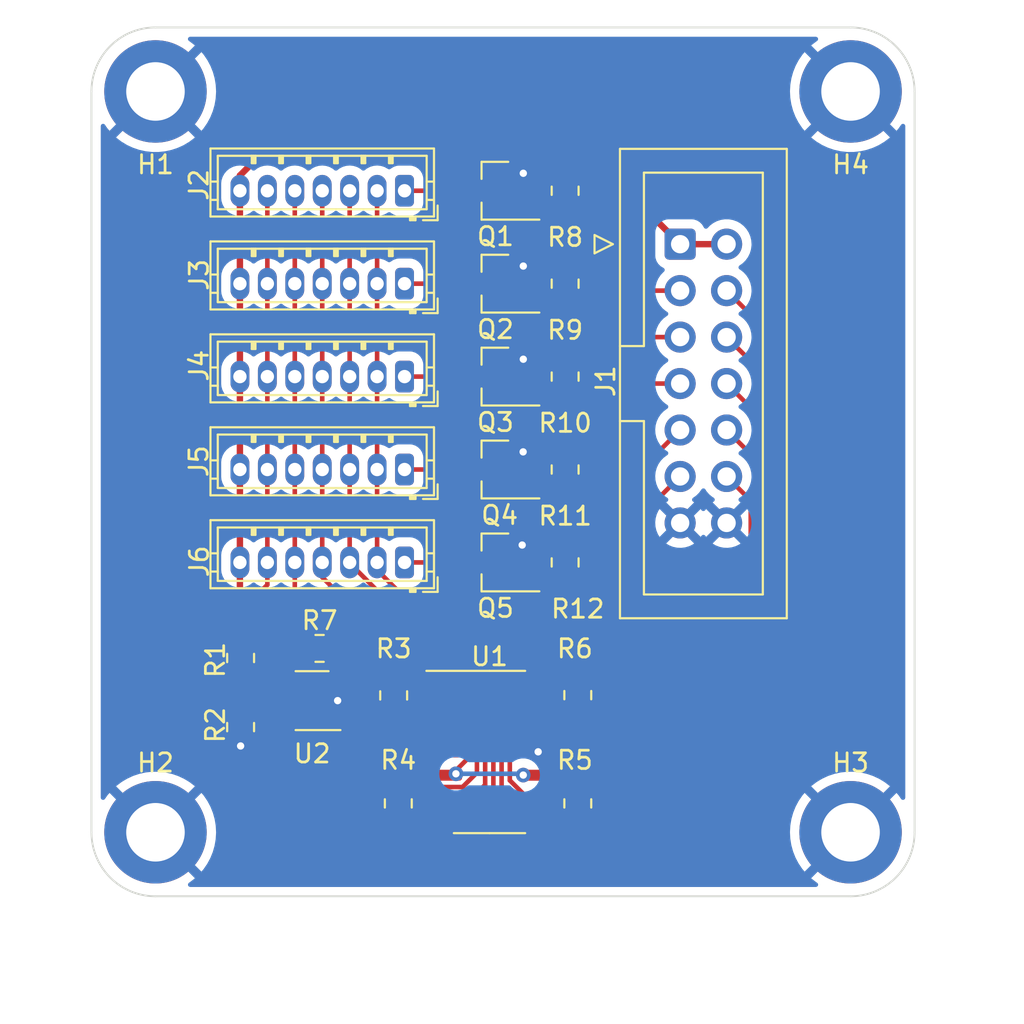
<source format=kicad_pcb>
(kicad_pcb (version 20211014) (generator pcbnew)
  (layers (0 "F.Cu" signal) (31 "B.Cu" signal) (34 "B.Paste" user) (35 "F.Paste" user) (36 "B.SilkS" user "B.Silkscreen") (37 "F.SilkS" user "F.Silkscreen") (38 "B.Mask" user) (39 "F.Mask" user) (44 "Edge.Cuts" user))
  (net 0 "")
  (net 1 "+3V3")
  (net 2 "Net-(J2-Pad1)")
  (net 3 "RROW4")
  (net 4 "RROW3")
  (net 5 "RROW2")
  (net 6 "Net-(J3-Pad1)")
  (net 7 "Net-(J4-Pad1)")
  (net 8 "Net-(J5-Pad1)")
  (net 9 "Net-(J6-Pad1)")
  (net 10 "Net-(Q1-Pad1)")
  (net 11 "GND")
  (net 12 "Net-(Q2-Pad1)")
  (net 13 "Net-(Q3-Pad1)")
  (net 14 "Net-(Q4-Pad1)")
  (net 15 "Net-(Q5-Pad1)")
  (net 16 "/AMP_REF")
  (net 17 "RROW1")
  (net 18 "RROW0")
  (net 19 "col0")
  (net 20 "row0")
  (net 21 "col1")
  (net 22 "row1")
  (net 23 "col2")
  (net 24 "row2")
  (net 25 "col3")
  (net 26 "row3")
  (net 27 "col4")
  (net 28 "row4")
  (footprint "Resistor_SMD:R_0805_2012Metric_Pad1.20x1.40mm_HandSolder" (layer "F.Cu") (at 106.521713 150.018287 90)
    (fp_text reference "R3" (at 2.556 0 180) (layer "F.SilkS"))
    (fp_text value "2K")
    (pad "1" smd roundrect locked (at -1 0 90) (size 1.2 1.4) (layers "F.Cu" "F.Paste" "F.Mask") (roundrect_rratio 0.2083333333) (net 17 "RROW1"))
    (pad "2" smd roundrect locked (at 1 0 90) (size 1.2 1.4) (layers "F.Cu" "F.Paste" "F.Mask") (roundrect_rratio 0.2083333333) (net 22 "row1"))
  )
  (footprint "extension_board:JST_ZH_B7B-ZR_1x07_P1.50mm_Vertical" (layer "F.Cu") (at 107.116 142.748 180)
    (fp_text reference "J6" (at 11.22118 0.056658 270) (layer "F.SilkS"))
    (fp_text value "Conn_01x07")
    (pad "1" thru_hole roundrect locked (at 0 0 180) (size 1.03 1.73) (drill 0.73) (layers *.Cu *.Mask) (roundrect_rratio 0.2427184466) (net 9 "Net-(J6-Pad1)"))
    (pad "2" thru_hole oval locked (at 1.5 0 180) (size 1.03 1.73) (drill 0.73) (layers *.Cu *.Mask) (net 3 "RROW4"))
    (pad "3" thru_hole oval locked (at 3 0 180) (size 1.03 1.73) (drill 0.73) (layers *.Cu *.Mask) (net 4 "RROW3"))
    (pad "4" thru_hole oval locked (at 4.5 0 180) (size 1.03 1.73) (drill 0.73) (layers *.Cu *.Mask) (net 5 "RROW2"))
    (pad "5" thru_hole oval locked (at 6 0 180) (size 1.03 1.73) (drill 0.73) (layers *.Cu *.Mask) (net 17 "RROW1"))
    (pad "6" thru_hole oval locked (at 7.5 0 180) (size 1.03 1.73) (drill 0.73) (layers *.Cu *.Mask) (net 18 "RROW0"))
    (pad "7" thru_hole oval locked (at 9 0 180) (size 1.03 1.73) (drill 0.73) (layers *.Cu *.Mask) (net 1 "+3V3"))
  )
  (footprint "Resistor_SMD:R_0805_2012Metric_Pad1.20x1.40mm_HandSolder" (layer "F.Cu") (at 102.47226 147.44774 180)
    (fp_text reference "R7" (at 0 1.524) (layer "F.SilkS"))
    (fp_text value "2K")
    (pad "1" smd roundrect locked (at -1 0 180) (size 1.2 1.4) (layers "F.Cu" "F.Paste" "F.Mask") (roundrect_rratio 0.2083333333) (net 18 "RROW0"))
    (pad "2" smd roundrect locked (at 1 0 180) (size 1.2 1.4) (layers "F.Cu" "F.Paste" "F.Mask") (roundrect_rratio 0.2083333333) (net 20 "row0"))
  )
  (footprint "Package_TO_SOT_SMD:SOT-23_Handsoldering" (layer "F.Cu") (at 112.086 127.508 180)
    (fp_text reference "Q2" (at 0 -2.5) (layer "F.SilkS"))
    (fp_text value "Q_NPN_BEC")
    (pad "1" smd rect locked (at -1.5 -0.95 180) (size 1.9 0.8) (layers "F.Cu" "F.Paste" "F.Mask") (net 12 "Net-(Q2-Pad1)"))
    (pad "2" smd rect locked (at -1.5 0.95 180) (size 1.9 0.8) (layers "F.Cu" "F.Paste" "F.Mask") (net 11 "GND"))
    (pad "3" smd rect locked (at 1.5 0 180) (size 1.9 0.8) (layers "F.Cu" "F.Paste" "F.Mask") (net 6 "Net-(J3-Pad1)"))
  )
  (footprint "MountingHole:MountingHole_3.2mm_M3_DIN965_Pad" (layer "F.Cu") (at 131.5 157.5)
    (fp_text reference "H3" (at 0 -3.8) (layer "F.SilkS"))
    (fp_text value "MountingHole_Pad")
    (pad "1" thru_hole circle locked (at 0 0) (size 5.6 5.6) (drill 3.2) (layers *.Cu *.Mask) (net 11 "GND"))
  )
  (footprint "Package_TO_SOT_SMD:SOT-23_Handsoldering" (layer "F.Cu") (at 112.086 132.588 180)
    (fp_text reference "Q3" (at 0 -2.5) (layer "F.SilkS"))
    (fp_text value "Q_NPN_BEC")
    (pad "1" smd rect locked (at -1.5 -0.95 180) (size 1.9 0.8) (layers "F.Cu" "F.Paste" "F.Mask") (net 13 "Net-(Q3-Pad1)"))
    (pad "2" smd rect locked (at -1.5 0.95 180) (size 1.9 0.8) (layers "F.Cu" "F.Paste" "F.Mask") (net 11 "GND"))
    (pad "3" smd rect locked (at 1.5 0 180) (size 1.9 0.8) (layers "F.Cu" "F.Paste" "F.Mask") (net 7 "Net-(J4-Pad1)"))
  )
  (footprint "MountingHole:MountingHole_3.2mm_M3_DIN965_Pad" (layer "F.Cu") (at 93.5 117)
    (fp_text reference "H1" (at 0 4) (layer "F.SilkS"))
    (fp_text value "MountingHole_Pad")
    (pad "1" thru_hole circle locked (at 0 0) (size 5.6 5.6) (drill 3.2) (layers *.Cu *.Mask) (net 11 "GND"))
  )
  (footprint "Resistor_SMD:R_0805_2012Metric_Pad1.20x1.40mm_HandSolder" (layer "F.Cu") (at 115.896 132.588 -90)
    (fp_text reference "R10" (at 2.54 0) (layer "F.SilkS"))
    (fp_text value "1.5K")
    (pad "1" smd roundrect locked (at -1 0 270) (size 1.2 1.4) (layers "F.Cu" "F.Paste" "F.Mask") (roundrect_rratio 0.2083333333) (net 23 "col2"))
    (pad "2" smd roundrect locked (at 1 0 270) (size 1.2 1.4) (layers "F.Cu" "F.Paste" "F.Mask") (roundrect_rratio 0.2083333333) (net 13 "Net-(Q3-Pad1)"))
  )
  (footprint "Resistor_SMD:R_0805_2012Metric_Pad1.20x1.40mm_HandSolder" (layer "F.Cu") (at 106.775713 155.921323 -90)
    (fp_text reference "R4" (at -2.363036 0 180) (layer "F.SilkS"))
    (fp_text value "2K")
    (pad "1" smd roundrect locked (at -1 0 270) (size 1.2 1.4) (layers "F.Cu" "F.Paste" "F.Mask") (roundrect_rratio 0.2083333333) (net 5 "RROW2"))
    (pad "2" smd roundrect locked (at 1 0 270) (size 1.2 1.4) (layers "F.Cu" "F.Paste" "F.Mask") (roundrect_rratio 0.2083333333) (net 24 "row2"))
  )
  (footprint "MountingHole:MountingHole_3.2mm_M3_DIN965_Pad" (layer "F.Cu") (at 93.5 157.5)
    (fp_text reference "H2" (at 0 -3.8) (layer "F.SilkS"))
    (fp_text value "MountingHole_Pad")
    (pad "1" thru_hole circle locked (at 0 0) (size 5.6 5.6) (drill 3.2) (layers *.Cu *.Mask) (net 11 "GND"))
  )
  (footprint "extension_board:JST_ZH_B7B-ZR_1x07_P1.50mm_Vertical" (layer "F.Cu") (at 107.116 122.428 180)
    (fp_text reference "J2" (at 11.239679 0.322017 270) (layer "F.SilkS"))
    (fp_text value "Conn_01x07")
    (pad "1" thru_hole roundrect locked (at 0 0 180) (size 1.03 1.73) (drill 0.73) (layers *.Cu *.Mask) (roundrect_rratio 0.2427184466) (net 2 "Net-(J2-Pad1)"))
    (pad "2" thru_hole oval locked (at 1.5 0 180) (size 1.03 1.73) (drill 0.73) (layers *.Cu *.Mask) (net 3 "RROW4"))
    (pad "3" thru_hole oval locked (at 3 0 180) (size 1.03 1.73) (drill 0.73) (layers *.Cu *.Mask) (net 4 "RROW3"))
    (pad "4" thru_hole oval locked (at 4.5 0 180) (size 1.03 1.73) (drill 0.73) (layers *.Cu *.Mask) (net 5 "RROW2"))
    (pad "5" thru_hole oval locked (at 6 0 180) (size 1.03 1.73) (drill 0.73) (layers *.Cu *.Mask) (net 17 "RROW1"))
    (pad "6" thru_hole oval locked (at 7.5 0 180) (size 1.03 1.73) (drill 0.73) (layers *.Cu *.Mask) (net 18 "RROW0"))
    (pad "7" thru_hole oval locked (at 9 0 180) (size 1.03 1.73) (drill 0.73) (layers *.Cu *.Mask) (net 1 "+3V3"))
  )
  (footprint "Resistor_SMD:R_0805_2012Metric_Pad1.20x1.40mm_HandSolder" (layer "F.Cu") (at 115.896 127.508 -90)
    (fp_text reference "R9" (at 2.54 0) (layer "F.SilkS"))
    (fp_text value "1.5K")
    (pad "1" smd roundrect locked (at -1 0 270) (size 1.2 1.4) (layers "F.Cu" "F.Paste" "F.Mask") (roundrect_rratio 0.2083333333) (net 21 "col1"))
    (pad "2" smd roundrect locked (at 1 0 270) (size 1.2 1.4) (layers "F.Cu" "F.Paste" "F.Mask") (roundrect_rratio 0.2083333333) (net 12 "Net-(Q2-Pad1)"))
  )
  (footprint "Resistor_SMD:R_0805_2012Metric_Pad1.20x1.40mm_HandSolder" (layer "F.Cu") (at 115.896 122.428 -90)
    (fp_text reference "R8" (at 2.54 0) (layer "F.SilkS"))
    (fp_text value "1.5K")
    (pad "1" smd roundrect locked (at -1 0 270) (size 1.2 1.4) (layers "F.Cu" "F.Paste" "F.Mask") (roundrect_rratio 0.2083333333) (net 19 "col0"))
    (pad "2" smd roundrect locked (at 1 0 270) (size 1.2 1.4) (layers "F.Cu" "F.Paste" "F.Mask") (roundrect_rratio 0.2083333333) (net 10 "Net-(Q1-Pad1)"))
  )
  (footprint "Resistor_SMD:R_0805_2012Metric_Pad1.20x1.40mm_HandSolder" (layer "F.Cu") (at 115.896 142.748 -90)
    (fp_text reference "R12" (at 2.54 -0.69) (layer "F.SilkS"))
    (fp_text value "1.5K")
    (pad "1" smd roundrect locked (at -1 0 270) (size 1.2 1.4) (layers "F.Cu" "F.Paste" "F.Mask") (roundrect_rratio 0.2083333333) (net 27 "col4"))
    (pad "2" smd roundrect locked (at 1 0 270) (size 1.2 1.4) (layers "F.Cu" "F.Paste" "F.Mask") (roundrect_rratio 0.2083333333) (net 15 "Net-(Q5-Pad1)"))
  )
  (footprint "Package_TO_SOT_SMD:SOT-23_Handsoldering" (layer "F.Cu") (at 112.086 122.428 180)
    (fp_text reference "Q1" (at 0 -2.5) (layer "F.SilkS"))
    (fp_text value "Q_NPN_BEC")
    (pad "1" smd rect locked (at -1.5 -0.95 180) (size 1.9 0.8) (layers "F.Cu" "F.Paste" "F.Mask") (net 10 "Net-(Q1-Pad1)"))
    (pad "2" smd rect locked (at -1.5 0.95 180) (size 1.9 0.8) (layers "F.Cu" "F.Paste" "F.Mask") (net 11 "GND"))
    (pad "3" smd rect locked (at 1.5 0 180) (size 1.9 0.8) (layers "F.Cu" "F.Paste" "F.Mask") (net 2 "Net-(J2-Pad1)"))
  )
  (footprint "Connector_IDC:IDC-Header_2x07_P2.54mm_Vertical" (layer "F.Cu") (at 122.1835 125.349)
    (fp_text reference "J1" (at -4.0735 7.493 90) (layer "F.SilkS"))
    (fp_text value "Conn_02x07_Odd_Even")
    (pad "1" thru_hole roundrect locked (at 0 0) (size 1.7 1.7) (drill 1) (layers *.Cu *.Mask) (roundrect_rratio 0.1470588235) (net 1 "+3V3"))
    (pad "2" thru_hole circle locked (at 2.54 0) (size 1.7 1.7) (drill 1) (layers *.Cu *.Mask) (net 1 "+3V3"))
    (pad "3" thru_hole circle locked (at 0 2.54) (size 1.7 1.7) (drill 1) (layers *.Cu *.Mask) (net 19 "col0"))
    (pad "4" thru_hole circle locked (at 2.54 2.54) (size 1.7 1.7) (drill 1) (layers *.Cu *.Mask) (net 20 "row0"))
    (pad "5" thru_hole circle locked (at 0 5.08) (size 1.7 1.7) (drill 1) (layers *.Cu *.Mask) (net 21 "col1"))
    (pad "6" thru_hole circle locked (at 2.54 5.08) (size 1.7 1.7) (drill 1) (layers *.Cu *.Mask) (net 24 "row2"))
    (pad "7" thru_hole circle locked (at 0 7.62) (size 1.7 1.7) (drill 1) (layers *.Cu *.Mask) (net 23 "col2"))
    (pad "8" thru_hole circle locked (at 2.54 7.62) (size 1.7 1.7) (drill 1) (layers *.Cu *.Mask) (net 22 "row1"))
    (pad "9" thru_hole circle locked (at 0 10.16) (size 1.7 1.7) (drill 1) (layers *.Cu *.Mask) (net 25 "col3"))
    (pad "10" thru_hole circle locked (at 2.54 10.16) (size 1.7 1.7) (drill 1) (layers *.Cu *.Mask) (net 28 "row4"))
    (pad "11" thru_hole circle locked (at 0 12.7) (size 1.7 1.7) (drill 1) (layers *.Cu *.Mask) (net 27 "col4"))
    (pad "12" thru_hole circle locked (at 2.54 12.7) (size 1.7 1.7) (drill 1) (layers *.Cu *.Mask) (net 26 "row3"))
    (pad "13" thru_hole circle locked (at 0 15.24) (size 1.7 1.7) (drill 1) (layers *.Cu *.Mask) (net 11 "GND"))
    (pad "14" thru_hole circle locked (at 2.54 15.24) (size 1.7 1.7) (drill 1) (layers *.Cu *.Mask) (net 11 "GND"))
  )
  (footprint "MountingHole:MountingHole_3.2mm_M3_DIN965_Pad" (layer "F.Cu") (at 131.5 117)
    (fp_text reference "H4" (at 0 4) (layer "F.SilkS"))
    (fp_text value "MountingHole_Pad")
    (pad "1" thru_hole circle locked (at 0 0) (size 5.6 5.6) (drill 3.2) (layers *.Cu *.Mask) (net 11 "GND"))
  )
  (footprint "Resistor_SMD:R_0805_2012Metric_Pad1.20x1.40mm_HandSolder" (layer "F.Cu") (at 116.587193 155.921323 -90)
    (fp_text reference "R5" (at -2.363036 0.15948 180) (layer "F.SilkS"))
    (fp_text value "2K")
    (pad "1" smd roundrect locked (at -1 0 270) (size 1.2 1.4) (layers "F.Cu" "F.Paste" "F.Mask") (roundrect_rratio 0.2083333333) (net 4 "RROW3"))
    (pad "2" smd roundrect locked (at 1 0 270) (size 1.2 1.4) (layers "F.Cu" "F.Paste" "F.Mask") (roundrect_rratio 0.2083333333) (net 26 "row3"))
  )
  (footprint "Package_SO:SOIC-14_3.9x8.7mm_P1.27mm" (layer "F.Cu") (at 111.761193 153.111323)
    (fp_text reference "U1" (at 0 -5.218911) (layer "F.SilkS"))
    (fp_text value "LMV324")
    (pad "1" smd roundrect locked (at -2.475 -3.81) (size 1.95 0.6) (layers "F.Cu" "F.Paste" "F.Mask") (net 22 "row1"))
    (pad "2" smd roundrect locked (at -2.475 -2.54) (size 1.95 0.6) (layers "F.Cu" "F.Paste" "F.Mask") (net 17 "RROW1"))
    (pad "3" smd roundrect locked (at -2.475 -1.27) (size 1.95 0.6) (layers "F.Cu" "F.Paste" "F.Mask") (net 16 "/AMP_REF"))
    (pad "4" smd roundrect locked (at -2.475 0) (size 1.95 0.6) (layers "F.Cu" "F.Paste" "F.Mask") (net 1 "+3V3"))
    (pad "5" smd roundrect locked (at -2.475 1.27) (size 1.95 0.6) (layers "F.Cu" "F.Paste" "F.Mask") (net 16 "/AMP_REF"))
    (pad "6" smd roundrect locked (at -2.475 2.54) (size 1.95 0.6) (layers "F.Cu" "F.Paste" "F.Mask") (net 5 "RROW2"))
    (pad "7" smd roundrect locked (at -2.475 3.81) (size 1.95 0.6) (layers "F.Cu" "F.Paste" "F.Mask") (net 24 "row2"))
    (pad "8" smd roundrect locked (at 2.475 3.81) (size 1.95 0.6) (layers "F.Cu" "F.Paste" "F.Mask") (net 26 "row3"))
    (pad "9" smd roundrect locked (at 2.475 2.54) (size 1.95 0.6) (layers "F.Cu" "F.Paste" "F.Mask") (net 4 "RROW3"))
    (pad "10" smd roundrect locked (at 2.475 1.27) (size 1.95 0.6) (layers "F.Cu" "F.Paste" "F.Mask") (net 16 "/AMP_REF"))
    (pad "11" smd roundrect locked (at 2.475 0) (size 1.95 0.6) (layers "F.Cu" "F.Paste" "F.Mask") (net 11 "GND"))
    (pad "12" smd roundrect locked (at 2.475 -1.27) (size 1.95 0.6) (layers "F.Cu" "F.Paste" "F.Mask") (net 16 "/AMP_REF"))
    (pad "13" smd roundrect locked (at 2.475 -2.54) (size 1.95 0.6) (layers "F.Cu" "F.Paste" "F.Mask") (net 3 "RROW4"))
    (pad "14" smd roundrect locked (at 2.475 -3.81) (size 1.95 0.6) (layers "F.Cu" "F.Paste" "F.Mask") (net 28 "row4"))
  )
  (footprint "Resistor_SMD:R_0805_2012Metric_Pad1.20x1.40mm_HandSolder" (layer "F.Cu") (at 98.15426 151.74974 -90)
    (fp_text reference "R2" (at -0.11174 1.38026 -270) (layer "F.SilkS"))
    (fp_text value "390k")
    (pad "1" smd roundrect locked (at -1 0 270) (size 1.2 1.4) (layers "F.Cu" "F.Paste" "F.Mask") (roundrect_rratio 0.2083333333) (net 16 "/AMP_REF"))
    (pad "2" smd roundrect locked (at 1 0 270) (size 1.2 1.4) (layers "F.Cu" "F.Paste" "F.Mask") (roundrect_rratio 0.2083333333) (net 11 "GND"))
  )
  (footprint "Package_TO_SOT_SMD:SOT-23-5_HandSoldering" (layer "F.Cu") (at 102.06174 150.302776 180)
    (fp_text reference "U2" (at 0 -2.9) (layer "F.SilkS"))
    (fp_text value "LMV321")
    (pad "1" smd rect locked (at -1.35 -0.95 180) (size 1.56 0.65) (layers "F.Cu" "F.Paste" "F.Mask") (net 16 "/AMP_REF"))
    (pad "2" smd rect locked (at -1.35 0 180) (size 1.56 0.65) (layers "F.Cu" "F.Paste" "F.Mask") (net 11 "GND"))
    (pad "3" smd rect locked (at -1.35 0.95 180) (size 1.56 0.65) (layers "F.Cu" "F.Paste" "F.Mask") (net 18 "RROW0"))
    (pad "4" smd rect locked (at 1.35 0.95 180) (size 1.56 0.65) (layers "F.Cu" "F.Paste" "F.Mask") (net 20 "row0"))
    (pad "5" smd rect locked (at 1.35 -0.95 180) (size 1.56 0.65) (layers "F.Cu" "F.Paste" "F.Mask") (net 1 "+3V3"))
  )
  (footprint "Package_TO_SOT_SMD:SOT-23_Handsoldering" (layer "F.Cu") (at 112.086 142.748 180)
    (fp_text reference "Q5" (at 0 -2.5) (layer "F.SilkS"))
    (fp_text value "Q_NPN_BEC")
    (pad "1" smd rect locked (at -1.5 -0.95 180) (size 1.9 0.8) (layers "F.Cu" "F.Paste" "F.Mask") (net 15 "Net-(Q5-Pad1)"))
    (pad "2" smd rect locked (at -1.5 0.95 180) (size 1.9 0.8) (layers "F.Cu" "F.Paste" "F.Mask") (net 11 "GND"))
    (pad "3" smd rect locked (at 1.5 0 180) (size 1.9 0.8) (layers "F.Cu" "F.Paste" "F.Mask") (net 9 "Net-(J6-Pad1)"))
  )
  (footprint "extension_board:JST_ZH_B7B-ZR_1x07_P1.50mm_Vertical" (layer "F.Cu") (at 107.116 137.668 180)
    (fp_text reference "J5" (at 11.245977 0.45 270) (layer "F.SilkS"))
    (fp_text value "Conn_01x07")
    (pad "1" thru_hole roundrect locked (at 0 0 180) (size 1.03 1.73) (drill 0.73) (layers *.Cu *.Mask) (roundrect_rratio 0.2427184466) (net 8 "Net-(J5-Pad1)"))
    (pad "2" thru_hole oval locked (at 1.5 0 180) (size 1.03 1.73) (drill 0.73) (layers *.Cu *.Mask) (net 3 "RROW4"))
    (pad "3" thru_hole oval locked (at 3 0 180) (size 1.03 1.73) (drill 0.73) (layers *.Cu *.Mask) (net 4 "RROW3"))
    (pad "4" thru_hole oval locked (at 4.5 0 180) (size 1.03 1.73) (drill 0.73) (layers *.Cu *.Mask) (net 5 "RROW2"))
    (pad "5" thru_hole oval locked (at 6 0 180) (size 1.03 1.73) (drill 0.73) (layers *.Cu *.Mask) (net 17 "RROW1"))
    (pad "6" thru_hole oval locked (at 7.5 0 180) (size 1.03 1.73) (drill 0.73) (layers *.Cu *.Mask) (net 18 "RROW0"))
    (pad "7" thru_hole oval locked (at 9 0 180) (size 1.03 1.73) (drill 0.73) (layers *.Cu *.Mask) (net 1 "+3V3"))
  )
  (footprint "extension_board:JST_ZH_B7B-ZR_1x07_P1.50mm_Vertical" (layer "F.Cu") (at 107.116 132.588 180)
    (fp_text reference "J4" (at 11.233578 0.5969 270) (layer "F.SilkS"))
    (fp_text value "Conn_01x07")
    (pad "1" thru_hole roundrect locked (at 0 0 180) (size 1.03 1.73) (drill 0.73) (layers *.Cu *.Mask) (roundrect_rratio 0.2427184466) (net 7 "Net-(J4-Pad1)"))
    (pad "2" thru_hole oval locked (at 1.5 0 180) (size 1.03 1.73) (drill 0.73) (layers *.Cu *.Mask) (net 3 "RROW4"))
    (pad "3" thru_hole oval locked (at 3 0 180) (size 1.03 1.73) (drill 0.73) (layers *.Cu *.Mask) (net 4 "RROW3"))
    (pad "4" thru_hole oval locked (at 4.5 0 180) (size 1.03 1.73) (drill 0.73) (layers *.Cu *.Mask) (net 5 "RROW2"))
    (pad "5" thru_hole oval locked (at 6 0 180) (size 1.03 1.73) (drill 0.73) (layers *.Cu *.Mask) (net 17 "RROW1"))
    (pad "6" thru_hole oval locked (at 7.5 0 180) (size 1.03 1.73) (drill 0.73) (layers *.Cu *.Mask) (net 18 "RROW0"))
    (pad "7" thru_hole oval locked (at 9 0 180) (size 1.03 1.73) (drill 0.73) (layers *.Cu *.Mask) (net 1 "+3V3"))
  )
  (footprint "Resistor_SMD:R_0805_2012Metric_Pad1.20x1.40mm_HandSolder" (layer "F.Cu") (at 98.15426 147.97174 -90)
    (fp_text reference "R1" (at 0.11026 1.38026 90) (layer "F.SilkS"))
    (fp_text value "100k")
    (pad "1" smd roundrect locked (at -1 0 270) (size 1.2 1.4) (layers "F.Cu" "F.Paste" "F.Mask") (roundrect_rratio 0.2083333333) (net 1 "+3V3"))
    (pad "2" smd roundrect locked (at 1 0 270) (size 1.2 1.4) (layers "F.Cu" "F.Paste" "F.Mask") (roundrect_rratio 0.2083333333) (net 16 "/AMP_REF"))
  )
  (footprint "Resistor_SMD:R_0805_2012Metric_Pad1.20x1.40mm_HandSolder" (layer "F.Cu") (at 116.587193 150.002287 90)
    (fp_text reference "R6" (at 2.54 -0.15948) (layer "F.SilkS"))
    (fp_text value "2K")
    (pad "1" smd roundrect locked (at -1 0 90) (size 1.2 1.4) (layers "F.Cu" "F.Paste" "F.Mask") (roundrect_rratio 0.2083333333) (net 3 "RROW4"))
    (pad "2" smd roundrect locked (at 1 0 90) (size 1.2 1.4) (layers "F.Cu" "F.Paste" "F.Mask") (roundrect_rratio 0.2083333333) (net 28 "row4"))
  )
  (footprint "Resistor_SMD:R_0805_2012Metric_Pad1.20x1.40mm_HandSolder" (layer "F.Cu") (at 115.896 137.668 -90)
    (fp_text reference "R11" (at 2.54 0) (layer "F.SilkS"))
    (fp_text value "1.5K")
    (pad "1" smd roundrect locked (at -1 0 270) (size 1.2 1.4) (layers "F.Cu" "F.Paste" "F.Mask") (roundrect_rratio 0.2083333333) (net 25 "col3"))
    (pad "2" smd roundrect locked (at 1 0 270) (size 1.2 1.4) (layers "F.Cu" "F.Paste" "F.Mask") (roundrect_rratio 0.2083333333) (net 14 "Net-(Q4-Pad1)"))
  )
  (footprint "extension_board:JST_ZH_B7B-ZR_1x07_P1.50mm_Vertical" (layer "F.Cu") (at 107.116 127.508 180)
    (fp_text reference "J3" (at 11.22728 0.479658 270) (layer "F.SilkS"))
    (fp_text value "Conn_01x07")
    (pad "1" thru_hole roundrect locked (at 0 0 180) (size 1.03 1.73) (drill 0.73) (layers *.Cu *.Mask) (roundrect_rratio 0.2427184466) (net 6 "Net-(J3-Pad1)"))
    (pad "2" thru_hole oval locked (at 1.5 0 180) (size 1.03 1.73) (drill 0.73) (layers *.Cu *.Mask) (net 3 "RROW4"))
    (pad "3" thru_hole oval locked (at 3 0 180) (size 1.03 1.73) (drill 0.73) (layers *.Cu *.Mask) (net 4 "RROW3"))
    (pad "4" thru_hole oval locked (at 4.5 0 180) (size 1.03 1.73) (drill 0.73) (layers *.Cu *.Mask) (net 5 "RROW2"))
    (pad "5" thru_hole oval locked (at 6 0 180) (size 1.03 1.73) (drill 0.73) (layers *.Cu *.Mask) (net 17 "RROW1"))
    (pad "6" thru_hole oval locked (at 7.5 0 180) (size 1.03 1.73) (drill 0.73) (layers *.Cu *.Mask) (net 18 "RROW0"))
    (pad "7" thru_hole oval locked (at 9 0 180) (size 1.03 1.73) (drill 0.73) (layers *.Cu *.Mask) (net 1 "+3V3"))
  )
  (footprint "Package_TO_SOT_SMD:SOT-23_Handsoldering" (layer "F.Cu") (at 112.086 137.668 180)
    (fp_text reference "Q4" (at -0.23 -2.5) (layer "F.SilkS"))
    (fp_text value "Q_NPN_BEC")
    (pad "1" smd rect locked (at -1.5 -0.95 180) (size 1.9 0.8) (layers "F.Cu" "F.Paste" "F.Mask") (net 14 "Net-(Q4-Pad1)"))
    (pad "2" smd rect locked (at -1.5 0.95 180) (size 1.9 0.8) (layers "F.Cu" "F.Paste" "F.Mask") (net 11 "GND"))
    (pad "3" smd rect locked (at 1.5 0 180) (size 1.9 0.8) (layers "F.Cu" "F.Paste" "F.Mask") (net 8 "Net-(J5-Pad1)"))
  )
  (gr_arc (start 131.5 113.5) (mid 133.974874 114.525126) (end 135 117) (layer "Edge.Cuts") (width 0.1))
  (gr_arc (start 90 117) (mid 91.025126 114.525126) (end 93.5 113.5) (layer "Edge.Cuts") (width 0.1))
  (gr_line (start 93.5 161) (end 131.5 161) (layer "Edge.Cuts") (width 0.1))
  (gr_line (start 93.5 113.5) (end 131.5 113.5) (layer "Edge.Cuts") (width 0.1))
  (gr_arc (start 135 157.5) (mid 133.974874 159.974874) (end 131.5 161) (layer "Edge.Cuts") (width 0.1))
  (gr_arc (start 93.5 161) (mid 91.025126 159.974874) (end 90 157.5) (layer "Edge.Cuts") (width 0.1))
  (gr_line (start 135 157.5) (end 135 117) (layer "Edge.Cuts") (width 0.1))
  (gr_line (start 90 157.5) (end 90 117) (layer "Edge.Cuts") (width 0.1))
  (segment (start 98.116 121.594) (end 98.116 122.428) (width 0.35) (layer "F.Cu") (net 1))
  (segment (start 98.116 146.93348) (end 98.15426 146.97174) (width 0.35) (layer "F.Cu") (net 1))
  (segment (start 99.683224 151.252776) (end 100.71174 151.252776) (width 0.35) (layer "F.Cu") (net 1))
  (segment (start 98.116 142.748) (end 98.116 146.93348) (width 0.35) (layer "F.Cu") (net 1))
  (segment (start 102.570287 153.111323) (end 100.71174 151.252776) (width 0.35) (layer "F.Cu") (net 1))
  (segment (start 124.7235 125.349) (end 122.1835 125.349) (width 0.35) (layer "F.Cu") (net 1))
  (segment (start 99.21174 151.72426) (end 99.683224 151.252776) (width 0.35) (layer "F.Cu") (net 1))
  (segment (start 109.286193 153.111323) (end 102.570287 153.111323) (width 0.35) (layer "F.Cu") (net 1))
  (segment (start 98.15426 146.97174) (end 97.36026 146.97174) (width 0.35) (layer "F.Cu") (net 1))
  (segment (start 97.36026 146.97174) (end 97.07974 147.25226) (width 0.35) (layer "F.Cu") (net 1))
  (segment (start 97.394616 151.72426) (end 99.21174 151.72426) (width 0.35) (layer "F.Cu") (net 1))
  (segment (start 99.25652 120.45348) (end 98.116 121.594) (width 0.35) (layer "F.Cu") (net 1))
  (segment (start 98.116 122.428) (end 98.116 142.748) (width 0.35) (layer "F.Cu") (net 1))
  (segment (start 97.07974 151.409384) (end 97.394616 151.72426) (width 0.35) (layer "F.Cu") (net 1))
  (segment (start 122.1835 125.349) (end 117.28798 120.45348) (width 0.35) (layer "F.Cu") (net 1))
  (segment (start 97.07974 147.25226) (end 97.07974 151.409384) (width 0.35) (layer "F.Cu") (net 1))
  (segment (start 117.28798 120.45348) (end 99.25652 120.45348) (width 0.35) (layer "F.Cu") (net 1))
  (segment (start 110.586 122.428) (end 107.116 122.428) (width 0.25) (layer "F.Cu") (net 2))
  (segment (start 105.616 143.163) (end 105.616 142.748) (width 0.25) (layer "F.Cu") (net 3))
  (segment (start 107.995 145.542) (end 105.616 143.163) (width 0.25) (layer "F.Cu") (net 3))
  (segment (start 116.587193 151.002287) (end 116.835404 151.002287) (width 0.25) (layer "F.Cu") (net 3))
  (segment (start 116.835404 151.002287) (end 118.061233 149.776458) (width 0.25) (layer "F.Cu") (net 3))
  (segment (start 116.156229 150.571323) (end 116.587193 151.002287) (width 0.25) (layer "F.Cu") (net 3))
  (segment (start 118.061233 149.776458) (end 118.061233 147.271233) (width 0.25) (layer "F.Cu") (net 3))
  (segment (start 114.236193 150.571323) (end 116.156229 150.571323) (width 0.25) (layer "F.Cu") (net 3))
  (segment (start 116.332 145.542) (end 107.995 145.542) (width 0.25) (layer "F.Cu") (net 3))
  (segment (start 118.061233 147.271233) (end 116.332 145.542) (width 0.25) (layer "F.Cu") (net 3))
  (segment (start 105.616 122.428) (end 105.616 142.748) (width 0.25) (layer "F.Cu") (net 3))
  (segment (start 113.860121 155.651323) (end 112.871713 154.662915) (width 0.25) (layer "F.Cu") (net 4))
  (segment (start 117.611713 149.59026) (end 117.611713 148.414314) (width 0.25) (layer "F.Cu") (net 4))
  (segment (start 112.871713 154.662915) (end 112.871713 150.256287) (width 0.25) (layer "F.Cu") (net 4))
  (segment (start 117.602 147.574) (end 116.078 146.05) (width 0.25) (layer "F.Cu") (net 4))
  (segment (start 114.236193 155.651323) (end 115.857193 155.651323) (width 0.25) (layer "F.Cu") (net 4))
  (segment (start 116.078 146.05) (end 107.38074 146.05) (width 0.25) (layer "F.Cu") (net 4))
  (segment (start 113.201193 149.926807) (end 117.275166 149.926807) (width 0.25) (layer "F.Cu") (net 4))
  (segment (start 117.602 148.404601) (end 117.602 147.574) (width 0.25) (layer "F.Cu") (net 4))
  (segment (start 112.871713 150.256287) (end 113.201193 149.926807) (width 0.25) (layer "F.Cu") (net 4))
  (segment (start 114.236193 155.651323) (end 113.860121 155.651323) (width 0.25) (layer "F.Cu") (net 4))
  (segment (start 117.275166 149.926807) (end 117.611713 149.59026) (width 0.25) (layer "F.Cu") (net 4))
  (segment (start 117.611713 148.414314) (end 117.602 148.404601) (width 0.25) (layer "F.Cu") (net 4))
  (segment (start 104.116 142.78526) (end 104.116 142.748) (width 0.25) (layer "F.Cu") (net 4))
  (segment (start 115.857193 155.651323) (end 116.587193 154.921323) (width 0.25) (layer "F.Cu") (net 4))
  (segment (start 107.38074 146.05) (end 104.116 142.78526) (width 0.25) (layer "F.Cu") (net 4))
  (segment (start 104.116 122.428) (end 104.116 142.748) (width 0.25) (layer "F.Cu") (net 4))
  (segment (start 105.415291 149.524358) (end 105.415291 146.35443) (width 0.25) (layer "F.Cu") (net 5))
  (segment (start 109.286193 155.651323) (end 110.778677 155.651323) (width 0.25) (layer "F.Cu") (net 5))
  (segment (start 107.727193 155.651323) (end 106.997193 154.921323) (width 0.25) (layer "F.Cu") (net 5))
  (segment (start 102.616 143.555139) (end 102.616 142.748) (width 0.25) (layer "F.Cu") (net 5))
  (segment (start 102.616 122.428) (end 102.616 142.748) (width 0.25) (layer "F.Cu") (net 5))
  (segment (start 111.523153 150.939727) (end 110.530229 149.946803) (width 0.25) (layer "F.Cu") (net 5))
  (segment (start 110.530229 149.946803) (end 105.837736 149.946803) (width 0.25) (layer "F.Cu") (net 5))
  (segment (start 109.286193 155.651323) (end 107.727193 155.651323) (width 0.25) (layer "F.Cu") (net 5))
  (segment (start 111.523153 154.906847) (end 111.523153 150.939727) (width 0.25) (layer "F.Cu") (net 5))
  (segment (start 105.837736 149.946803) (end 105.415291 149.524358) (width 0.25) (layer "F.Cu") (net 5))
  (segment (start 110.778677 155.651323) (end 111.523153 154.906847) (width 0.25) (layer "F.Cu") (net 5))
  (segment (start 105.415291 146.35443) (end 102.616 143.555139) (width 0.25) (layer "F.Cu") (net 5))
  (segment (start 107.116 127.508) (end 110.586 127.508) (width 0.25) (layer "F.Cu") (net 6))
  (segment (start 107.116 132.588) (end 110.586 132.588) (width 0.25) (layer "F.Cu") (net 7))
  (segment (start 107.116 137.668) (end 110.586 137.668) (width 0.25) (layer "F.Cu") (net 8))
  (segment (start 107.116 142.748) (end 110.586 142.748) (width 0.25) (layer "F.Cu") (net 9))
  (segment (start 113.586 123.378) (end 115.846 123.378) (width 0.25) (layer "F.Cu") (net 10))
  (segment (start 115.846 123.378) (end 115.896 123.428) (width 0.25) (layer "F.Cu") (net 10))
  (via (at 113.599413 136.703855) (size 0.8) (drill 0.4) (layers "F.Cu" "B.Cu") (net 11))
  (via (at 98.15426 152.78174) (size 0.8) (drill 0.4) (layers "F.Cu" "B.Cu") (net 11))
  (via (at 113.608824 131.638761) (size 0.8) (drill 0.4) (layers "F.Cu" "B.Cu") (net 11))
  (via (at 113.608824 126.545718) (size 0.8) (drill 0.4) (layers "F.Cu" "B.Cu") (net 11))
  (via (at 114.421113 153.101087) (size 0.8) (drill 0.4) (layers "F.Cu" "B.Cu") (net 11))
  (via (at 103.45874 150.302776) (size 0.8) (drill 0.4) (layers "F.Cu" "B.Cu") (net 11))
  (via (at 113.608824 121.473171) (size 0.8) (drill 0.4) (layers "F.Cu" "B.Cu") (net 11))
  (via (at 113.547598 141.797709) (size 0.8) (drill 0.4) (layers "F.Cu" "B.Cu") (net 11))
  (segment (start 115.846 128.458) (end 115.896 128.508) (width 0.25) (layer "F.Cu") (net 12))
  (segment (start 113.586 128.458) (end 115.846 128.458) (width 0.25) (layer "F.Cu") (net 12))
  (segment (start 113.636 133.588) (end 113.586 133.538) (width 0.25) (layer "F.Cu") (net 13))
  (segment (start 115.896 133.588) (end 113.636 133.588) (width 0.25) (layer "F.Cu") (net 13))
  (segment (start 113.586 138.618) (end 115.846 138.618) (width 0.25) (layer "F.Cu") (net 14))
  (segment (start 115.846 138.618) (end 115.896 138.668) (width 0.25) (layer "F.Cu") (net 14))
  (segment (start 115.846 143.698) (end 115.896 143.748) (width 0.25) (layer "F.Cu") (net 15))
  (segment (start 113.586 143.698) (end 115.846 143.698) (width 0.25) (layer "F.Cu") (net 15))
  (segment (start 103.41174 151.338032) (end 103.41174 151.252776) (width 0.25) (layer "F.Cu") (net 16))
  (segment (start 99.42426 150.49574) (end 101.708726 150.49574) (width 0.25) (layer "F.Cu") (net 16))
  (segment (start 110.585713 153.457875) (end 109.662265 154.381323) (width 0.25) (layer "F.Cu") (net 16))
  (segment (start 99.17026 150.74974) (end 99.42426 150.49574) (width 0.25) (layer "F.Cu") (net 16))
  (segment (start 108.275839 151.841323) (end 107.505358 152.611803) (width 0.25) (layer "F.Cu") (net 16))
  (segment (start 101.708726 150.49574) (end 102.465762 151.252776) (width 0.25) (layer "F.Cu") (net 16))
  (segment (start 110.585713 152.764771) (end 110.585713 153.457875) (width 0.25) (layer "F.Cu") (net 16))
  (segment (start 98.15426 148.97174) (end 98.15426 150.74974) (width 0.25) (layer "F.Cu") (net 16))
  (segment (start 115.535713 152.764771) (end 114.612265 151.841323) (width 0.25) (layer "F.Cu") (net 16))
  (segment (start 113.606398 154.373002) (end 114.620586 154.373002) (width 0.25) (layer "F.Cu") (net 16))
  (segment (start 102.465762 151.252776) (end 103.41174 151.252776) (width 0.25) (layer "F.Cu") (net 16))
  (segment (start 104.685511 152.611803) (end 103.41174 151.338032) (width 0.25) (layer "F.Cu") (net 16))
  (segment (start 115.535713 153.457875) (end 115.535713 152.764771) (width 0.25) (layer "F.Cu") (net 16))
  (segment (start 114.620586 154.373002) (end 115.535713 153.457875) (width 0.25) (layer "F.Cu") (net 16))
  (segment (start 109.662265 154.381323) (end 109.286193 154.381323) (width 0.25) (layer "F.Cu") (net 16))
  (segment (start 109.662265 151.841323) (end 110.585713 152.764771) (width 0.25) (layer "F.Cu") (net 16))
  (segment (start 98.15426 150.74974) (end 99.17026 150.74974) (width 0.25) (layer "F.Cu") (net 16))
  (segment (start 109.286193 151.841323) (end 109.662265 151.841323) (width 0.25) (layer "F.Cu") (net 16))
  (segment (start 107.505358 152.611803) (end 104.685511 152.611803) (width 0.25) (layer "F.Cu") (net 16))
  (segment (start 114.612265 151.841323) (end 114.236193 151.841323) (width 0.25) (layer "F.Cu") (net 16))
  (segment (start 109.286193 151.841323) (end 108.275839 151.841323) (width 0.25) (layer "F.Cu") (net 16))
  (via (at 109.925313 154.302303) (size 0.8) (drill 0.4) (layers "F.Cu" "B.Cu") (net 16))
  (via (at 113.606398 154.373002) (size 0.8) (drill 0.4) (layers "F.Cu" "B.Cu") (net 16))
  (segment (start 109.925313 154.302303) (end 113.535699 154.302303) (width 0.25) (layer "B.Cu") (net 16))
  (segment (start 113.535699 154.302303) (end 113.606398 154.373002) (width 0.25) (layer "B.Cu") (net 16))
  (segment (start 106.521713 151.018287) (end 106.996713 150.543287) (width 0.25) (layer "F.Cu") (net 17))
  (segment (start 109.258157 150.543287) (end 109.286193 150.571323) (width 0.25) (layer "F.Cu") (net 17))
  (segment (start 102.362 145.9737) (end 101.116 144.7277) (width 0.25) (layer "F.Cu") (net 17))
  (segment (start 105.251713 151.018287) (end 104.965771 150.732345) (width 0.25) (layer "F.Cu") (net 17))
  (segment (start 101.116 122.428) (end 101.116 142.748) (width 0.25) (layer "F.Cu") (net 17))
  (segment (start 104.965771 146.540627) (end 104.398844 145.9737) (width 0.25) (layer "F.Cu") (net 17))
  (segment (start 101.116 144.7277) (end 101.116 142.748) (width 0.25) (layer "F.Cu") (net 17))
  (segment (start 104.398844 145.9737) (end 102.362 145.9737) (width 0.25) (layer "F.Cu") (net 17))
  (segment (start 106.775713 151.018287) (end 105.251713 151.018287) (width 0.25) (layer "F.Cu") (net 17))
  (segment (start 106.996713 150.543287) (end 109.258157 150.543287) (width 0.25) (layer "F.Cu") (net 17))
  (segment (start 104.965771 150.732345) (end 104.965771 146.540627) (width 0.25) (layer "F.Cu") (net 17))
  (segment (start 99.607229 150.002287) (end 99.42426 149.819318) (width 0.25) (layer "F.Cu") (net 18))
  (segment (start 99.616 143.97) (end 99.616 142.748) (width 0.25) (layer "F.Cu") (net 18))
  (segment (start 102.345224 149.352776) (end 101.695713 150.002287) (width 0.25) (layer "F.Cu") (net 18))
  (segment (start 99.616 122.428) (end 99.616 142.748) (width 0.25) (layer "F.Cu") (net 18))
  (segment (start 99.42426 149.819318) (end 99.42426 144.16174) (width 0.25) (layer "F.Cu") (net 18))
  (segment (start 103.41174 147.50826) (end 103.47226 147.44774) (width 0.25) (layer "F.Cu") (net 18))
  (segment (start 103.41174 149.352776) (end 103.41174 147.50826) (width 0.25) (layer "F.Cu") (net 18))
  (segment (start 99.42426 144.16174) (end 99.616 143.97) (width 0.25) (layer "F.Cu") (net 18))
  (segment (start 101.695713 150.002287) (end 99.607229 150.002287) (width 0.25) (layer "F.Cu") (net 18))
  (segment (start 103.41174 149.352776) (end 102.345224 149.352776) (width 0.25) (layer "F.Cu") (net 18))
  (segment (start 115.896 121.428) (end 117.11 121.428) (width 0.25) (layer "F.Cu") (net 19))
  (segment (start 117.856 125.73) (end 120.015 127.889) (width 0.25) (layer "F.Cu") (net 19))
  (segment (start 117.11 121.428) (end 117.856 122.174) (width 0.25) (layer "F.Cu") (net 19))
  (segment (start 117.856 122.174) (end 117.856 125.73) (width 0.25) (layer "F.Cu") (net 19))
  (segment (start 120.015 127.889) (end 122.1835 127.889) (width 0.25) (layer "F.Cu") (net 19))
  (segment (start 107.800233 154.836807) (end 107.800233 154.320287) (width 0.25) (layer "F.Cu") (net 20))
  (segment (start 108.264641 151.216803) (end 110.307745 151.216803) (width 0.25) (layer "F.Cu") (net 20))
  (segment (start 105.664 154.250803) (end 105.664 157.734) (width 0.25) (layer "F.Cu") (net 20))
  (segment (start 104.212646 146.42322) (end 104.516251 146.726825) (width 0.25) (layer "F.Cu") (net 20))
  (segment (start 107.476749 153.996803) (end 105.918 153.996803) (width 0.25) (layer "F.Cu") (net 20))
  (segment (start 110.307745 151.216803) (end 111.073633 151.982691) (width 0.25) (layer "F.Cu") (net 20))
  (segment (start 100.71174 148.20826) (end 101.47226 147.44774) (width 0.25) (layer "F.Cu") (net 20))
  (segment (start 110.286785 155.026803) (end 107.990229 155.026803) (width 0.25) (layer "F.Cu") (net 20))
  (segment (start 127.84056 155.880308) (end 127.84056 152.82944) (width 0.25) (layer "F.Cu") (net 20))
  (segment (start 104.871709 152.162283) (end 107.319161 152.162283) (width 0.25) (layer "F.Cu") (net 20))
  (segment (start 107.26656 159.33656) (end 124.384308 159.33656) (width 0.25) (layer "F.Cu") (net 20))
  (segment (start 124.384308 159.33656) (end 127.84056 155.880308) (width 0.25) (layer "F.Cu") (net 20))
  (segment (start 127.84056 153.162) (end 127.84056 131.00606) (width 0.25) (layer "F.Cu") (net 20))
  (segment (start 104.516251 151.806825) (end 104.871709 152.162283) (width 0.25) (layer "F.Cu") (net 20))
  (segment (start 104.516251 146.726825) (end 104.516251 151.806825) (width 0.25) (layer "F.Cu") (net 20))
  (segment (start 107.319161 152.162283) (end 108.264641 151.216803) (width 0.25) (layer "F.Cu") (net 20))
  (segment (start 101.47226 147.44774) (end 101.859767 147.44774) (width 0.25) (layer "F.Cu") (net 20))
  (segment (start 101.859767 147.44774) (end 102.884287 146.42322) (width 0.25) (layer "F.Cu") (net 20))
  (segment (start 111.073633 154.239955) (end 110.286785 155.026803) (width 0.25) (layer "F.Cu") (net 20))
  (segment (start 102.884287 146.42322) (end 104.212646 146.42322) (width 0.25) (layer "F.Cu") (net 20))
  (segment (start 105.664 157.734) (end 107.26656 159.33656) (width 0.25) (layer "F.Cu") (net 20))
  (segment (start 107.800233 154.320287) (end 107.476749 153.996803) (width 0.25) (layer "F.Cu") (net 20))
  (segment (start 111.073633 151.982691) (end 111.073633 154.239955) (width 0.25) (layer "F.Cu") (net 20))
  (segment (start 100.71174 149.352776) (end 100.71174 148.20826) (width 0.25) (layer "F.Cu") (net 20))
  (segment (start 127.84056 131.00606) (end 124.7235 127.889) (width 0.25) (layer "F.Cu") (net 20))
  (segment (start 105.918 153.996803) (end 105.664 154.250803) (width 0.25) (layer "F.Cu") (net 20))
  (segment (start 107.990229 155.026803) (end 107.800233 154.836807) (width 0.25) (layer "F.Cu") (net 20))
  (segment (start 116.856 126.508) (end 118.364 128.016) (width 0.25) (layer "F.Cu") (net 21))
  (segment (start 115.896 126.508) (end 116.856 126.508) (width 0.25) (layer "F.Cu") (net 21))
  (segment (start 119.507 130.429) (end 122.1835 130.429) (width 0.25) (layer "F.Cu") (net 21))
  (segment (start 118.364 128.016) (end 118.364 129.286) (width 0.25) (layer "F.Cu") (net 21))
  (segment (start 118.364 129.286) (end 119.507 130.429) (width 0.25) (layer "F.Cu") (net 21))
  (segment (start 126.94152 155.507914) (end 126.94152 153.98248) (width 0.25) (layer "F.Cu") (net 22))
  (segment (start 111.972673 150.119247) (end 111.972673 156.939592) (width 0.25) (layer "F.Cu") (net 22))
  (segment (start 111.972673 156.939592) (end 113.470601 158.43752) (width 0.25) (layer "F.Cu") (net 22))
  (segment (start 109.286193 149.301323) (end 107.058749 149.301323) (width 0.25) (layer "F.Cu") (net 22))
  (segment (start 111.154749 149.301323) (end 111.972673 150.119247) (width 0.25) (layer "F.Cu") (net 22))
  (segment (start 126.94152 135.18702) (end 124.7235 132.969) (width 0.25) (layer "F.Cu") (net 22))
  (segment (start 113.470601 158.43752) (end 124.011914 158.43752) (width 0.25) (layer "F.Cu") (net 22))
  (segment (start 124.011914 158.43752) (end 126.94152 155.507914) (width 0.25) (layer "F.Cu") (net 22))
  (segment (start 126.94152 154.178) (end 126.94152 135.18702) (width 0.25) (layer "F.Cu") (net 22))
  (segment (start 109.286193 149.301323) (end 111.154749 149.301323) (width 0.25) (layer "F.Cu") (net 22))
  (segment (start 107.058749 149.301323) (end 106.775713 149.018287) (width 0.25) (layer "F.Cu") (net 22))
  (segment (start 117.277 132.969) (end 122.1835 132.969) (width 0.25) (layer "F.Cu") (net 23))
  (segment (start 115.896 131.588) (end 117.277 132.969) (width 0.25) (layer "F.Cu") (net 23))
  (segment (start 124.198111 158.88704) (end 127.39104 155.694111) (width 0.25) (layer "F.Cu") (net 24))
  (segment (start 127.39104 153.67) (end 127.39104 133.09654) (width 0.25) (layer "F.Cu") (net 24))
  (segment (start 109.286193 156.921323) (end 111.201323 156.921323) (width 0.25) (layer "F.Cu") (net 24))
  (segment (start 127.39104 133.09654) (end 124.7235 130.429) (width 0.25) (layer "F.Cu") (net 24))
  (segment (start 127.39104 155.694111) (end 127.39104 153.29904) (width 0.25) (layer "F.Cu") (net 24))
  (segment (start 109.286193 156.921323) (end 106.997193 156.921323) (width 0.25) (layer "F.Cu") (net 24))
  (segment (start 111.201323 156.921323) (end 113.16704 158.88704) (width 0.25) (layer "F.Cu") (net 24))
  (segment (start 113.16704 158.88704) (end 124.198111 158.88704) (width 0.25) (layer "F.Cu") (net 24))
  (segment (start 115.896 136.668) (end 121.0245 136.668) (width 0.25) (layer "F.Cu") (net 25))
  (segment (start 121.0245 136.668) (end 122.1835 135.509) (width 0.25) (layer "F.Cu") (net 25))
  (segment (start 117.20435 157.53848) (end 123.639519 157.53848) (width 0.25) (layer "F.Cu") (net 26))
  (segment (start 116.587193 156.921323) (end 117.20435 157.53848) (width 0.25) (layer "F.Cu") (net 26))
  (segment (start 116.587193 156.921323) (end 114.236193 156.921323) (width 0.25) (layer "F.Cu") (net 26))
  (segment (start 123.639519 157.53848) (end 126.04248 155.135519) (width 0.25) (layer "F.Cu") (net 26))
  (segment (start 126.04248 155.135519) (end 126.04248 139.36798) (width 0.25) (layer "F.Cu") (net 26))
  (segment (start 126.04248 139.36798) (end 124.7235 138.049) (width 0.25) (layer "F.Cu") (net 26))
  (segment (start 122.1835 138.049) (end 118.4845 141.748) (width 0.25) (layer "F.Cu") (net 27))
  (segment (start 118.4845 141.748) (end 115.896 141.748) (width 0.25) (layer "F.Cu") (net 27))
  (segment (start 126.492 154.686) (end 126.492 137.2775) (width 0.25) (layer "F.Cu") (net 28))
  (segment (start 112.422193 156.753395) (end 113.656798 157.988) (width 0.25) (layer "F.Cu") (net 28))
  (segment (start 113.656798 157.988) (end 123.825717 157.988) (width 0.25) (layer "F.Cu") (net 28))
  (segment (start 123.825717 157.988) (end 126.492 155.321717) (width 0.25) (layer "F.Cu") (net 28))
  (segment (start 126.492 137.2775) (end 124.7235 135.509) (width 0.25) (layer "F.Cu") (net 28))
  (segment (start 114.535229 149.002287) (end 114.236193 149.301323) (width 0.25) (layer "F.Cu") (net 28))
  (segment (start 116.587193 149.002287) (end 114.535229 149.002287) (width 0.25) (layer "F.Cu") (net 28))
  (segment (start 126.492 155.321717) (end 126.492 154.432) (width 0.25) (layer "F.Cu") (net 28))
  (segment (start 114.236193 149.301323) (end 113.080677 149.301323) (width 0.25) (layer "F.Cu") (net 28))
  (segment (start 113.080677 149.301323) (end 112.422193 149.959807) (width 0.25) (layer "F.Cu") (net 28))
  (segment (start 112.422193 149.959807) (end 112.422193 156.753395) (width 0.25) (layer "F.Cu") (net 28))
  (zone (net 11) (net_name "GND") (layer "B.Cu") (connect_pads (clearance 0.508)) (min_thickness 0.254) (fill yes (thermal_gap 0.508) (thermal_bridge_width 0.508))
    (polygon (pts (xy 141 168) (xy 85 168) (xy 85 112) (xy 141 112)))
  )
)
</source>
